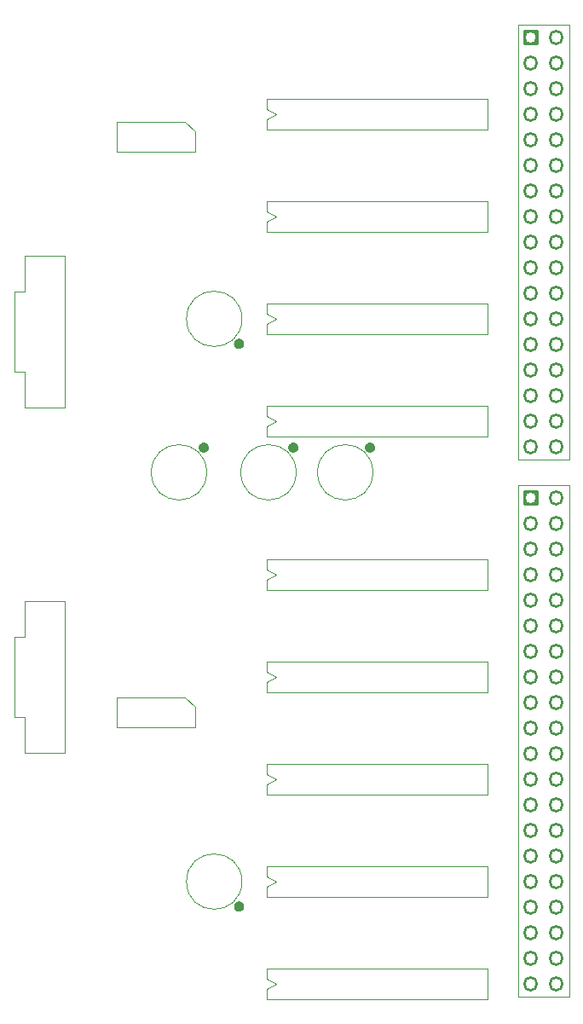
<source format=gbr>
G04 DipTrace 4.3.0.5*
G04 TopAssembly.gbr*
%MOMM*%
G04 #@! TF.FileFunction,Drawing,Top*
G04 #@! TF.Part,Single*
%ADD10C,0.25*%
%ADD13C,0.12*%
%FSLAX35Y35*%
G04*
G71*
G90*
G75*
G01*
G04 TopAssy*
%LPD*%
X-2624500Y381000D2*
D13*
G02X-2624500Y381000I275000J0D01*
G01*
G36*
X-2102732Y677790D2*
X-2096206Y677362D1*
X-2089791Y676087D1*
X-2083598Y673985D1*
X-2077732Y671092D1*
X-2072294Y667459D1*
X-2067376Y663147D1*
X-2063064Y658230D1*
X-2059430Y652792D1*
X-2056537Y646926D1*
X-2054434Y640733D1*
X-2053158Y634318D1*
X-2052730Y627792D1*
X-2053157Y621266D1*
X-2054433Y614851D1*
X-2056535Y608658D1*
X-2059428Y602792D1*
X-2063061Y597354D1*
X-2067373Y592436D1*
X-2072290Y588124D1*
X-2077728Y584490D1*
X-2083594Y581597D1*
X-2089787Y579494D1*
X-2096202Y578218D1*
X-2102728Y577790D1*
D1*
X-2109254Y578217D1*
X-2115669Y579493D1*
X-2121862Y581595D1*
X-2127728Y584488D1*
X-2133166Y588121D1*
X-2138084Y592433D1*
X-2142396Y597350D1*
X-2146030Y602788D1*
X-2148923Y608654D1*
X-2151026Y614847D1*
X-2152302Y621262D1*
X-2152730Y627788D1*
X-2152302Y634314D1*
X-2151027Y640729D1*
X-2148925Y646922D1*
X-2146032Y652788D1*
X-2142399Y658226D1*
X-2138087Y663144D1*
X-2133170Y667456D1*
X-2127732Y671090D1*
X-2121866Y673983D1*
X-2115673Y676086D1*
X-2109258Y677362D1*
X-2102732Y677790D1*
D1*
G37*
X-4275500Y381000D2*
D13*
G02X-4275500Y381000I275000J0D01*
G01*
G36*
X-3753728Y677786D2*
X-3747201Y677359D1*
X-3740787Y676083D1*
X-3734593Y673981D1*
X-3728727Y671088D1*
X-3723289Y667455D1*
X-3718372Y663143D1*
X-3714059Y658225D1*
X-3710426Y652787D1*
X-3707533Y646922D1*
X-3705430Y640729D1*
X-3704154Y634314D1*
X-3703726Y627788D1*
X-3704154Y621261D1*
X-3705430Y614847D1*
X-3707532Y608653D1*
X-3710424Y602787D1*
X-3714058Y597349D1*
X-3718370Y592432D1*
X-3723287Y588119D1*
X-3728725Y584486D1*
X-3734591Y581593D1*
X-3740784Y579490D1*
X-3747199Y578214D1*
X-3753725Y577786D1*
D1*
X-3760251Y578214D1*
X-3766666Y579490D1*
X-3772859Y581592D1*
X-3778725Y584484D1*
X-3784163Y588118D1*
X-3789081Y592430D1*
X-3793393Y597347D1*
X-3797027Y602785D1*
X-3799920Y608651D1*
X-3802022Y614844D1*
X-3803298Y621259D1*
X-3803726Y627785D1*
X-3803299Y634311D1*
X-3802023Y640726D1*
X-3799921Y646919D1*
X-3797028Y652785D1*
X-3793395Y658223D1*
X-3789083Y663141D1*
X-3784165Y667453D1*
X-3778727Y671087D1*
X-3772862Y673980D1*
X-3766669Y676082D1*
X-3760254Y677358D1*
X-3753728Y677786D1*
D1*
G37*
X-3386500Y381000D2*
D13*
G02X-3386500Y381000I275000J0D01*
G01*
G36*
X-2864720Y677780D2*
X-2858194Y677352D1*
X-2851779Y676076D1*
X-2845586Y673974D1*
X-2839720Y671081D1*
X-2834282Y667448D1*
X-2829365Y663135D1*
X-2825052Y658218D1*
X-2821419Y652780D1*
X-2818526Y646914D1*
X-2816424Y640721D1*
X-2815148Y634306D1*
X-2814720Y627780D1*
X-2815148Y621254D1*
X-2816424Y614839D1*
X-2818526Y608646D1*
X-2821419Y602780D1*
X-2825052Y597342D1*
X-2829365Y592425D1*
X-2834282Y588112D1*
X-2839720Y584479D1*
X-2845586Y581586D1*
X-2851779Y579484D1*
X-2858194Y578208D1*
X-2864720Y577780D1*
D1*
X-2871246Y578208D1*
X-2877661Y579484D1*
X-2883854Y581586D1*
X-2889720Y584479D1*
X-2895158Y588112D1*
X-2900075Y592425D1*
X-2904388Y597342D1*
X-2908021Y602780D1*
X-2910914Y608646D1*
X-2913016Y614839D1*
X-2914292Y621254D1*
X-2914720Y627780D1*
X-2914292Y634306D1*
X-2913016Y640721D1*
X-2910914Y646914D1*
X-2908021Y652780D1*
X-2904388Y658218D1*
X-2900075Y663135D1*
X-2895158Y667448D1*
X-2889720Y671081D1*
X-2883854Y673974D1*
X-2877661Y676076D1*
X-2871246Y677352D1*
X-2864720Y677780D1*
D1*
G37*
X-3926250Y-3683000D2*
D13*
G02X-3926250Y-3683000I275000J0D01*
G01*
G36*
X-3354461Y-3929769D2*
X-3354888Y-3936295D1*
X-3356164Y-3942710D1*
X-3358266Y-3948903D1*
X-3361159Y-3954769D1*
X-3364792Y-3960208D1*
X-3369104Y-3965125D1*
X-3374021Y-3969437D1*
X-3379459Y-3973071D1*
X-3385325Y-3975964D1*
X-3391518Y-3978067D1*
X-3397933Y-3979343D1*
X-3404459Y-3979771D1*
X-3410985Y-3979343D1*
X-3417400Y-3978068D1*
X-3423593Y-3975966D1*
X-3429459Y-3973073D1*
X-3434898Y-3969440D1*
X-3439815Y-3965128D1*
X-3444127Y-3960210D1*
X-3447761Y-3954773D1*
X-3450654Y-3948907D1*
X-3452757Y-3942714D1*
X-3454033Y-3936299D1*
X-3454461Y-3929773D1*
D1*
X-3454033Y-3923246D1*
X-3452758Y-3916832D1*
X-3450656Y-3910638D1*
X-3447763Y-3904773D1*
X-3444130Y-3899334D1*
X-3439818Y-3894417D1*
X-3434900Y-3890104D1*
X-3429463Y-3886471D1*
X-3423597Y-3883578D1*
X-3417404Y-3881475D1*
X-3410989Y-3880199D1*
X-3404463Y-3879771D1*
X-3397936Y-3880198D1*
X-3391522Y-3881474D1*
X-3385328Y-3883576D1*
X-3379463Y-3886469D1*
X-3374024Y-3890102D1*
X-3369107Y-3894414D1*
X-3364794Y-3899331D1*
X-3361161Y-3904769D1*
X-3358268Y-3910635D1*
X-3356165Y-3916828D1*
X-3354889Y-3923243D1*
X-3354461Y-3929769D1*
D1*
G37*
X-3926250Y1905000D2*
D13*
G02X-3926250Y1905000I275000J0D01*
G01*
G36*
X-3354465Y1658227D2*
X-3354892Y1651700D1*
X-3356168Y1645286D1*
X-3358270Y1639092D1*
X-3361163Y1633226D1*
X-3364796Y1627788D1*
X-3369108Y1622871D1*
X-3374026Y1618558D1*
X-3379464Y1614925D1*
X-3385329Y1612032D1*
X-3391523Y1609929D1*
X-3397937Y1608653D1*
X-3404463Y1608225D1*
X-3410990Y1608653D1*
X-3417404Y1609929D1*
X-3423598Y1612031D1*
X-3429464Y1614924D1*
X-3434902Y1618557D1*
X-3439819Y1622869D1*
X-3444132Y1627786D1*
X-3447765Y1633224D1*
X-3450658Y1639090D1*
X-3452761Y1645283D1*
X-3454037Y1651698D1*
X-3454465Y1658224D1*
D1*
X-3454037Y1664751D1*
X-3452761Y1671165D1*
X-3450659Y1677359D1*
X-3447766Y1683224D1*
X-3444133Y1688663D1*
X-3439821Y1693580D1*
X-3434904Y1697892D1*
X-3429466Y1701526D1*
X-3423600Y1704419D1*
X-3417407Y1706521D1*
X-3410992Y1707798D1*
X-3404466Y1708225D1*
X-3397939Y1707798D1*
X-3391525Y1706522D1*
X-3385331Y1704420D1*
X-3379466Y1701527D1*
X-3374027Y1697894D1*
X-3369110Y1693582D1*
X-3364798Y1688664D1*
X-3361164Y1683226D1*
X-3358271Y1677361D1*
X-3356169Y1671167D1*
X-3354892Y1664753D1*
X-3354465Y1658227D1*
D1*
G37*
X-3839500Y-2151500D2*
D13*
X-4619500D1*
Y-1851500D1*
X-3939500D1*
X-3839500Y-1951500D1*
Y-2151500D1*
Y3563500D2*
X-4619500D1*
Y3863500D1*
X-3939500D1*
X-3839500Y3763500D1*
Y3563500D1*
X-3132005Y-3533032D2*
X-932005Y-3532968D1*
X-931996Y-3832968D1*
X-3131996Y-3833032D1*
X-3131999Y-3733032D1*
X-3032001Y-3683029D1*
X-3132002Y-3633032D1*
X-3132005Y-3533032D1*
X-3132000Y-4549000D2*
X-932000D1*
Y-4849000D1*
X-3132000D1*
Y-4749000D1*
X-3032000Y-4699000D1*
X-3132000Y-4649000D1*
Y-4549000D1*
X-3132005Y-1501032D2*
X-932005Y-1500968D1*
X-931996Y-1800968D1*
X-3131996Y-1801032D1*
X-3131999Y-1701032D1*
X-3032001Y-1651029D1*
X-3132002Y-1601032D1*
X-3132005Y-1501032D1*
Y-485032D2*
X-932005Y-484968D1*
X-931996Y-784968D1*
X-3131996Y-785032D1*
X-3131999Y-685032D1*
X-3032001Y-635029D1*
X-3132002Y-585032D1*
X-3132005Y-485032D1*
X-3132000Y-2517000D2*
X-932000D1*
Y-2817000D1*
X-3132000D1*
Y-2717000D1*
X-3032000Y-2667000D1*
X-3132000Y-2617000D1*
Y-2517000D1*
X-3132005Y1038968D2*
X-932005Y1039032D1*
X-931996Y739032D1*
X-3131996Y738968D1*
X-3131999Y838968D1*
X-3032001Y888971D1*
X-3132002Y938968D1*
X-3132005Y1038968D1*
X-3132000Y2055000D2*
X-932000D1*
Y1755000D1*
X-3132000D1*
Y1855000D1*
X-3032000Y1905000D1*
X-3132000Y1955000D1*
Y2055000D1*
Y3071000D2*
X-932000D1*
Y2771000D1*
X-3132000D1*
Y2871000D1*
X-3032000Y2921000D1*
X-3132000Y2971000D1*
Y3071000D1*
X-3132005Y4086968D2*
X-932005Y4087032D1*
X-931996Y3787032D1*
X-3131996Y3786968D1*
X-3131999Y3886968D1*
X-3032001Y3936971D1*
X-3132002Y3986968D1*
X-3132005Y4086968D1*
X-317500Y-2159000D2*
D10*
G02X-317500Y-2159000I63500J0D01*
G01*
Y-1905000D2*
G02X-317500Y-1905000I63500J0D01*
G01*
Y-1651000D2*
G02X-317500Y-1651000I63500J0D01*
G01*
Y-1397000D2*
G02X-317500Y-1397000I63500J0D01*
G01*
Y-1143000D2*
G02X-317500Y-1143000I63500J0D01*
G01*
X-571500Y-2159000D2*
G02X-571500Y-2159000I63500J0D01*
G01*
Y-1905000D2*
G02X-571500Y-1905000I63500J0D01*
G01*
Y-1651000D2*
G02X-571500Y-1651000I63500J0D01*
G01*
Y-1397000D2*
G02X-571500Y-1397000I63500J0D01*
G01*
Y-1143000D2*
G02X-571500Y-1143000I63500J0D01*
G01*
X-317500Y-889000D2*
G02X-317500Y-889000I63500J0D01*
G01*
Y-635000D2*
G02X-317500Y-635000I63500J0D01*
G01*
Y-381000D2*
G02X-317500Y-381000I63500J0D01*
G01*
Y-127000D2*
G02X-317500Y-127000I63500J0D01*
G01*
Y127000D2*
G02X-317500Y127000I63500J0D01*
G01*
X-571500Y-889000D2*
G02X-571500Y-889000I63500J0D01*
G01*
Y-635000D2*
G02X-571500Y-635000I63500J0D01*
G01*
Y-381000D2*
G02X-571500Y-381000I63500J0D01*
G01*
Y-127000D2*
G02X-571500Y-127000I63500J0D01*
G01*
Y127000D2*
G02X-571500Y127000I63500J0D01*
G01*
X-317500Y-3429000D2*
G02X-317500Y-3429000I63500J0D01*
G01*
Y-3175000D2*
G02X-317500Y-3175000I63500J0D01*
G01*
Y-2921000D2*
G02X-317500Y-2921000I63500J0D01*
G01*
Y-2667000D2*
G02X-317500Y-2667000I63500J0D01*
G01*
Y-2413000D2*
G02X-317500Y-2413000I63500J0D01*
G01*
X-571500Y-3429000D2*
G02X-571500Y-3429000I63500J0D01*
G01*
Y-3175000D2*
G02X-571500Y-3175000I63500J0D01*
G01*
Y-2921000D2*
G02X-571500Y-2921000I63500J0D01*
G01*
Y-2667000D2*
G02X-571500Y-2667000I63500J0D01*
G01*
Y-2413000D2*
G02X-571500Y-2413000I63500J0D01*
G01*
X-317500Y-4699000D2*
G02X-317500Y-4699000I63500J0D01*
G01*
Y-4445000D2*
G02X-317500Y-4445000I63500J0D01*
G01*
Y-4191000D2*
G02X-317500Y-4191000I63500J0D01*
G01*
Y-3937000D2*
G02X-317500Y-3937000I63500J0D01*
G01*
Y-3683000D2*
G02X-317500Y-3683000I63500J0D01*
G01*
X-571500Y-4699000D2*
G02X-571500Y-4699000I63500J0D01*
G01*
Y-4445000D2*
G02X-571500Y-4445000I63500J0D01*
G01*
Y-4191000D2*
G02X-571500Y-4191000I63500J0D01*
G01*
Y-3937000D2*
G02X-571500Y-3937000I63500J0D01*
G01*
Y-3683000D2*
G02X-571500Y-3683000I63500J0D01*
G01*
X-127000Y-4826000D2*
D13*
Y254000D1*
X-635000D1*
Y-4826000D1*
X-127000D1*
X-444500Y63500D2*
D10*
Y190500D1*
X-571500D1*
Y63500D1*
X-444500D1*
X-317500Y2413000D2*
G02X-317500Y2413000I63500J0D01*
G01*
Y2667000D2*
G02X-317500Y2667000I63500J0D01*
G01*
Y2921000D2*
G02X-317500Y2921000I63500J0D01*
G01*
Y3175000D2*
G02X-317500Y3175000I63500J0D01*
G01*
Y3429000D2*
G02X-317500Y3429000I63500J0D01*
G01*
X-571500Y2413000D2*
G02X-571500Y2413000I63500J0D01*
G01*
Y2667000D2*
G02X-571500Y2667000I63500J0D01*
G01*
Y2921000D2*
G02X-571500Y2921000I63500J0D01*
G01*
Y3175000D2*
G02X-571500Y3175000I63500J0D01*
G01*
Y3429000D2*
G02X-571500Y3429000I63500J0D01*
G01*
X-317500Y3683000D2*
G02X-317500Y3683000I63500J0D01*
G01*
Y3937000D2*
G02X-317500Y3937000I63500J0D01*
G01*
Y4191000D2*
G02X-317500Y4191000I63500J0D01*
G01*
Y4445000D2*
G02X-317500Y4445000I63500J0D01*
G01*
Y4699000D2*
G02X-317500Y4699000I63500J0D01*
G01*
X-571500Y3683000D2*
G02X-571500Y3683000I63500J0D01*
G01*
Y3937000D2*
G02X-571500Y3937000I63500J0D01*
G01*
Y4191000D2*
G02X-571500Y4191000I63500J0D01*
G01*
Y4445000D2*
G02X-571500Y4445000I63500J0D01*
G01*
Y4699000D2*
G02X-571500Y4699000I63500J0D01*
G01*
X-317500Y1143000D2*
G02X-317500Y1143000I63500J0D01*
G01*
Y1397000D2*
G02X-317500Y1397000I63500J0D01*
G01*
Y1651000D2*
G02X-317500Y1651000I63500J0D01*
G01*
Y1905000D2*
G02X-317500Y1905000I63500J0D01*
G01*
Y2159000D2*
G02X-317500Y2159000I63500J0D01*
G01*
X-571500Y1143000D2*
G02X-571500Y1143000I63500J0D01*
G01*
Y1397000D2*
G02X-571500Y1397000I63500J0D01*
G01*
Y1651000D2*
G02X-571500Y1651000I63500J0D01*
G01*
Y1905000D2*
G02X-571500Y1905000I63500J0D01*
G01*
Y2159000D2*
G02X-571500Y2159000I63500J0D01*
G01*
X-317500Y635000D2*
G02X-317500Y635000I63500J0D01*
G01*
Y889000D2*
G02X-317500Y889000I63500J0D01*
G01*
X-571500Y635000D2*
G02X-571500Y635000I63500J0D01*
G01*
Y889000D2*
G02X-571500Y889000I63500J0D01*
G01*
X-127000Y508000D2*
D13*
Y4826000D1*
X-635000D1*
Y508000D1*
X-127000D1*
X-444500Y4635500D2*
D10*
Y4762500D1*
X-571500D1*
Y4635500D1*
X-444500D1*
X-5634500Y-1651012D2*
D13*
X-5634512Y-1251012D1*
X-5532512Y-1251009D1*
X-5532522Y-896009D1*
X-5136522Y-895997D1*
X-5136478Y-2405997D1*
X-5532478Y-2406009D1*
X-5532488Y-2051009D1*
X-5634488Y-2051012D1*
X-5634500Y-1651012D1*
Y1778000D2*
Y2178000D1*
X-5532500D1*
Y2533000D1*
X-5136500D1*
Y1023000D1*
X-5532500D1*
Y1378000D1*
X-5634500D1*
Y1778000D1*
M02*

</source>
